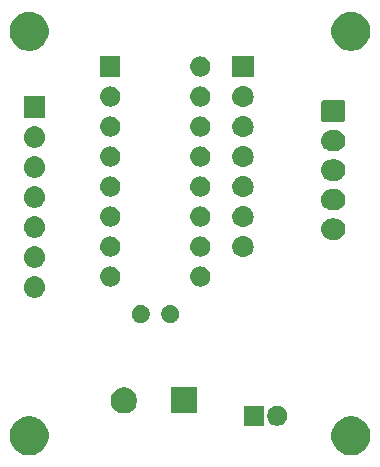
<source format=gbr>
G04 #@! TF.GenerationSoftware,KiCad,Pcbnew,5.0.1*
G04 #@! TF.CreationDate,2019-01-27T14:18:01-03:00*
G04 #@! TF.ProjectId,StepperDriver,537465707065724472697665722E6B69,1.0*
G04 #@! TF.SameCoordinates,Original*
G04 #@! TF.FileFunction,Soldermask,Bot*
G04 #@! TF.FilePolarity,Negative*
%FSLAX46Y46*%
G04 Gerber Fmt 4.6, Leading zero omitted, Abs format (unit mm)*
G04 Created by KiCad (PCBNEW 5.0.1) date Sun 27 Jan 2019 14:18:01 -03*
%MOMM*%
%LPD*%
G01*
G04 APERTURE LIST*
%ADD10C,0.100000*%
G04 APERTURE END LIST*
D10*
G36*
X161837641Y-118133816D02*
X161981579Y-118162447D01*
X162282042Y-118286903D01*
X162298991Y-118298228D01*
X162552454Y-118467587D01*
X162782413Y-118697546D01*
X162963098Y-118967960D01*
X163087553Y-119268422D01*
X163151000Y-119587389D01*
X163151000Y-119912611D01*
X163087553Y-120231578D01*
X162963098Y-120532040D01*
X162782413Y-120802454D01*
X162552454Y-121032413D01*
X162552451Y-121032415D01*
X162282042Y-121213097D01*
X161981579Y-121337553D01*
X161875256Y-121358702D01*
X161662611Y-121401000D01*
X161337389Y-121401000D01*
X161124744Y-121358702D01*
X161018421Y-121337553D01*
X160717958Y-121213097D01*
X160447549Y-121032415D01*
X160447546Y-121032413D01*
X160217587Y-120802454D01*
X160036902Y-120532040D01*
X159912447Y-120231578D01*
X159849000Y-119912611D01*
X159849000Y-119587389D01*
X159912447Y-119268422D01*
X160036902Y-118967960D01*
X160217587Y-118697546D01*
X160447546Y-118467587D01*
X160701009Y-118298228D01*
X160717958Y-118286903D01*
X161018421Y-118162447D01*
X161162359Y-118133816D01*
X161337389Y-118099000D01*
X161662611Y-118099000D01*
X161837641Y-118133816D01*
X161837641Y-118133816D01*
G37*
G36*
X134587641Y-118133816D02*
X134731579Y-118162447D01*
X135032042Y-118286903D01*
X135048991Y-118298228D01*
X135302454Y-118467587D01*
X135532413Y-118697546D01*
X135713098Y-118967960D01*
X135837553Y-119268422D01*
X135901000Y-119587389D01*
X135901000Y-119912611D01*
X135837553Y-120231578D01*
X135713098Y-120532040D01*
X135532413Y-120802454D01*
X135302454Y-121032413D01*
X135302451Y-121032415D01*
X135032042Y-121213097D01*
X134731579Y-121337553D01*
X134625256Y-121358702D01*
X134412611Y-121401000D01*
X134087389Y-121401000D01*
X133874744Y-121358702D01*
X133768421Y-121337553D01*
X133467958Y-121213097D01*
X133197549Y-121032415D01*
X133197546Y-121032413D01*
X132967587Y-120802454D01*
X132786902Y-120532040D01*
X132662447Y-120231578D01*
X132599000Y-119912611D01*
X132599000Y-119587389D01*
X132662447Y-119268422D01*
X132786902Y-118967960D01*
X132967587Y-118697546D01*
X133197546Y-118467587D01*
X133451009Y-118298228D01*
X133467958Y-118286903D01*
X133768421Y-118162447D01*
X133912359Y-118133816D01*
X134087389Y-118099000D01*
X134412611Y-118099000D01*
X134587641Y-118133816D01*
X134587641Y-118133816D01*
G37*
G36*
X154101000Y-118901000D02*
X152399000Y-118901000D01*
X152399000Y-117199000D01*
X154101000Y-117199000D01*
X154101000Y-118901000D01*
X154101000Y-118901000D01*
G37*
G36*
X155498228Y-117231703D02*
X155653100Y-117295853D01*
X155792481Y-117388985D01*
X155911015Y-117507519D01*
X156004147Y-117646900D01*
X156068297Y-117801772D01*
X156101000Y-117966184D01*
X156101000Y-118133816D01*
X156068297Y-118298228D01*
X156004147Y-118453100D01*
X155911015Y-118592481D01*
X155792481Y-118711015D01*
X155653100Y-118804147D01*
X155498228Y-118868297D01*
X155333816Y-118901000D01*
X155166184Y-118901000D01*
X155001772Y-118868297D01*
X154846900Y-118804147D01*
X154707519Y-118711015D01*
X154588985Y-118592481D01*
X154495853Y-118453100D01*
X154431703Y-118298228D01*
X154399000Y-118133816D01*
X154399000Y-117966184D01*
X154431703Y-117801772D01*
X154495853Y-117646900D01*
X154588985Y-117507519D01*
X154707519Y-117388985D01*
X154846900Y-117295853D01*
X155001772Y-117231703D01*
X155166184Y-117199000D01*
X155333816Y-117199000D01*
X155498228Y-117231703D01*
X155498228Y-117231703D01*
G37*
G36*
X148461000Y-117861000D02*
X146259000Y-117861000D01*
X146259000Y-115659000D01*
X148461000Y-115659000D01*
X148461000Y-117861000D01*
X148461000Y-117861000D01*
G37*
G36*
X142494795Y-115680156D02*
X142601150Y-115701311D01*
X142671990Y-115730654D01*
X142801516Y-115784305D01*
X142981850Y-115904801D01*
X143135199Y-116058150D01*
X143255695Y-116238484D01*
X143338689Y-116438851D01*
X143381000Y-116651560D01*
X143381000Y-116868440D01*
X143338689Y-117081149D01*
X143255695Y-117281516D01*
X143255693Y-117281519D01*
X143183886Y-117388986D01*
X143135199Y-117461850D01*
X142981850Y-117615199D01*
X142981847Y-117615201D01*
X142981846Y-117615202D01*
X142801519Y-117735693D01*
X142801516Y-117735695D01*
X142671990Y-117789346D01*
X142601150Y-117818689D01*
X142494794Y-117839845D01*
X142388440Y-117861000D01*
X142171560Y-117861000D01*
X142065206Y-117839845D01*
X141958850Y-117818689D01*
X141888010Y-117789346D01*
X141758484Y-117735695D01*
X141758481Y-117735693D01*
X141578154Y-117615202D01*
X141578153Y-117615201D01*
X141578150Y-117615199D01*
X141424801Y-117461850D01*
X141376115Y-117388986D01*
X141304307Y-117281519D01*
X141304305Y-117281516D01*
X141221311Y-117081149D01*
X141179000Y-116868440D01*
X141179000Y-116651560D01*
X141221311Y-116438851D01*
X141304305Y-116238484D01*
X141424801Y-116058150D01*
X141578150Y-115904801D01*
X141758484Y-115784305D01*
X141888010Y-115730654D01*
X141958850Y-115701311D01*
X142065205Y-115680156D01*
X142171560Y-115659000D01*
X142388440Y-115659000D01*
X142494795Y-115680156D01*
X142494795Y-115680156D01*
G37*
G36*
X143822004Y-108700544D02*
X143909059Y-108717860D01*
X144045732Y-108774472D01*
X144045733Y-108774473D01*
X144168738Y-108856662D01*
X144273338Y-108961262D01*
X144273340Y-108961265D01*
X144355528Y-109084268D01*
X144412140Y-109220941D01*
X144441000Y-109366033D01*
X144441000Y-109513967D01*
X144412140Y-109659059D01*
X144355528Y-109795732D01*
X144355527Y-109795733D01*
X144273338Y-109918738D01*
X144168738Y-110023338D01*
X144168735Y-110023340D01*
X144045732Y-110105528D01*
X143909059Y-110162140D01*
X143822004Y-110179456D01*
X143763969Y-110191000D01*
X143616031Y-110191000D01*
X143557996Y-110179456D01*
X143470941Y-110162140D01*
X143334268Y-110105528D01*
X143211265Y-110023340D01*
X143211262Y-110023338D01*
X143106662Y-109918738D01*
X143024473Y-109795733D01*
X143024472Y-109795732D01*
X142967860Y-109659059D01*
X142939000Y-109513967D01*
X142939000Y-109366033D01*
X142967860Y-109220941D01*
X143024472Y-109084268D01*
X143106660Y-108961265D01*
X143106662Y-108961262D01*
X143211262Y-108856662D01*
X143334267Y-108774473D01*
X143334268Y-108774472D01*
X143470941Y-108717860D01*
X143557996Y-108700544D01*
X143616031Y-108689000D01*
X143763969Y-108689000D01*
X143822004Y-108700544D01*
X143822004Y-108700544D01*
G37*
G36*
X146322004Y-108700544D02*
X146409059Y-108717860D01*
X146545732Y-108774472D01*
X146545733Y-108774473D01*
X146668738Y-108856662D01*
X146773338Y-108961262D01*
X146773340Y-108961265D01*
X146855528Y-109084268D01*
X146912140Y-109220941D01*
X146941000Y-109366033D01*
X146941000Y-109513967D01*
X146912140Y-109659059D01*
X146855528Y-109795732D01*
X146855527Y-109795733D01*
X146773338Y-109918738D01*
X146668738Y-110023338D01*
X146668735Y-110023340D01*
X146545732Y-110105528D01*
X146409059Y-110162140D01*
X146322004Y-110179456D01*
X146263969Y-110191000D01*
X146116031Y-110191000D01*
X146057996Y-110179456D01*
X145970941Y-110162140D01*
X145834268Y-110105528D01*
X145711265Y-110023340D01*
X145711262Y-110023338D01*
X145606662Y-109918738D01*
X145524473Y-109795733D01*
X145524472Y-109795732D01*
X145467860Y-109659059D01*
X145439000Y-109513967D01*
X145439000Y-109366033D01*
X145467860Y-109220941D01*
X145524472Y-109084268D01*
X145606660Y-108961265D01*
X145606662Y-108961262D01*
X145711262Y-108856662D01*
X145834267Y-108774473D01*
X145834268Y-108774472D01*
X145970941Y-108717860D01*
X146057996Y-108700544D01*
X146116031Y-108689000D01*
X146263969Y-108689000D01*
X146322004Y-108700544D01*
X146322004Y-108700544D01*
G37*
G36*
X134810443Y-106255519D02*
X134876627Y-106262037D01*
X134989853Y-106296384D01*
X135046467Y-106313557D01*
X135185087Y-106387652D01*
X135202991Y-106397222D01*
X135238729Y-106426552D01*
X135340186Y-106509814D01*
X135423448Y-106611271D01*
X135452778Y-106647009D01*
X135452779Y-106647011D01*
X135536443Y-106803533D01*
X135536443Y-106803534D01*
X135587963Y-106973373D01*
X135605359Y-107150000D01*
X135587963Y-107326627D01*
X135553616Y-107439853D01*
X135536443Y-107496467D01*
X135462348Y-107635087D01*
X135452778Y-107652991D01*
X135423448Y-107688729D01*
X135340186Y-107790186D01*
X135238729Y-107873448D01*
X135202991Y-107902778D01*
X135202989Y-107902779D01*
X135046467Y-107986443D01*
X134989853Y-108003616D01*
X134876627Y-108037963D01*
X134810443Y-108044481D01*
X134744260Y-108051000D01*
X134655740Y-108051000D01*
X134589557Y-108044481D01*
X134523373Y-108037963D01*
X134410147Y-108003616D01*
X134353533Y-107986443D01*
X134197011Y-107902779D01*
X134197009Y-107902778D01*
X134161271Y-107873448D01*
X134059814Y-107790186D01*
X133976552Y-107688729D01*
X133947222Y-107652991D01*
X133937652Y-107635087D01*
X133863557Y-107496467D01*
X133846384Y-107439853D01*
X133812037Y-107326627D01*
X133794641Y-107150000D01*
X133812037Y-106973373D01*
X133863557Y-106803534D01*
X133863557Y-106803533D01*
X133947221Y-106647011D01*
X133947222Y-106647009D01*
X133976552Y-106611271D01*
X134059814Y-106509814D01*
X134161271Y-106426552D01*
X134197009Y-106397222D01*
X134214913Y-106387652D01*
X134353533Y-106313557D01*
X134410147Y-106296384D01*
X134523373Y-106262037D01*
X134589557Y-106255519D01*
X134655740Y-106249000D01*
X134744260Y-106249000D01*
X134810443Y-106255519D01*
X134810443Y-106255519D01*
G37*
G36*
X148896821Y-105426313D02*
X148896824Y-105426314D01*
X148896825Y-105426314D01*
X149057239Y-105474975D01*
X149057241Y-105474976D01*
X149057244Y-105474977D01*
X149205078Y-105553995D01*
X149334659Y-105660341D01*
X149441005Y-105789922D01*
X149520023Y-105937756D01*
X149568687Y-106098179D01*
X149585117Y-106265000D01*
X149568687Y-106431821D01*
X149520023Y-106592244D01*
X149441005Y-106740078D01*
X149334659Y-106869659D01*
X149205078Y-106976005D01*
X149057244Y-107055023D01*
X149057241Y-107055024D01*
X149057239Y-107055025D01*
X148896825Y-107103686D01*
X148896824Y-107103686D01*
X148896821Y-107103687D01*
X148771804Y-107116000D01*
X148688196Y-107116000D01*
X148563179Y-107103687D01*
X148563176Y-107103686D01*
X148563175Y-107103686D01*
X148402761Y-107055025D01*
X148402759Y-107055024D01*
X148402756Y-107055023D01*
X148254922Y-106976005D01*
X148125341Y-106869659D01*
X148018995Y-106740078D01*
X147939977Y-106592244D01*
X147891313Y-106431821D01*
X147874883Y-106265000D01*
X147891313Y-106098179D01*
X147939977Y-105937756D01*
X148018995Y-105789922D01*
X148125341Y-105660341D01*
X148254922Y-105553995D01*
X148402756Y-105474977D01*
X148402759Y-105474976D01*
X148402761Y-105474975D01*
X148563175Y-105426314D01*
X148563176Y-105426314D01*
X148563179Y-105426313D01*
X148688196Y-105414000D01*
X148771804Y-105414000D01*
X148896821Y-105426313D01*
X148896821Y-105426313D01*
G37*
G36*
X141276821Y-105426313D02*
X141276824Y-105426314D01*
X141276825Y-105426314D01*
X141437239Y-105474975D01*
X141437241Y-105474976D01*
X141437244Y-105474977D01*
X141585078Y-105553995D01*
X141714659Y-105660341D01*
X141821005Y-105789922D01*
X141900023Y-105937756D01*
X141948687Y-106098179D01*
X141965117Y-106265000D01*
X141948687Y-106431821D01*
X141900023Y-106592244D01*
X141821005Y-106740078D01*
X141714659Y-106869659D01*
X141585078Y-106976005D01*
X141437244Y-107055023D01*
X141437241Y-107055024D01*
X141437239Y-107055025D01*
X141276825Y-107103686D01*
X141276824Y-107103686D01*
X141276821Y-107103687D01*
X141151804Y-107116000D01*
X141068196Y-107116000D01*
X140943179Y-107103687D01*
X140943176Y-107103686D01*
X140943175Y-107103686D01*
X140782761Y-107055025D01*
X140782759Y-107055024D01*
X140782756Y-107055023D01*
X140634922Y-106976005D01*
X140505341Y-106869659D01*
X140398995Y-106740078D01*
X140319977Y-106592244D01*
X140271313Y-106431821D01*
X140254883Y-106265000D01*
X140271313Y-106098179D01*
X140319977Y-105937756D01*
X140398995Y-105789922D01*
X140505341Y-105660341D01*
X140634922Y-105553995D01*
X140782756Y-105474977D01*
X140782759Y-105474976D01*
X140782761Y-105474975D01*
X140943175Y-105426314D01*
X140943176Y-105426314D01*
X140943179Y-105426313D01*
X141068196Y-105414000D01*
X141151804Y-105414000D01*
X141276821Y-105426313D01*
X141276821Y-105426313D01*
G37*
G36*
X134810442Y-103715518D02*
X134876627Y-103722037D01*
X134989853Y-103756384D01*
X135046467Y-103773557D01*
X135185087Y-103847652D01*
X135202991Y-103857222D01*
X135238729Y-103886552D01*
X135340186Y-103969814D01*
X135423448Y-104071271D01*
X135452778Y-104107009D01*
X135452779Y-104107011D01*
X135536443Y-104263533D01*
X135536443Y-104263534D01*
X135587963Y-104433373D01*
X135605359Y-104610000D01*
X135587963Y-104786627D01*
X135553616Y-104899853D01*
X135536443Y-104956467D01*
X135462348Y-105095087D01*
X135452778Y-105112991D01*
X135423448Y-105148729D01*
X135340186Y-105250186D01*
X135238729Y-105333448D01*
X135202991Y-105362778D01*
X135202989Y-105362779D01*
X135046467Y-105446443D01*
X134989853Y-105463616D01*
X134876627Y-105497963D01*
X134810443Y-105504481D01*
X134744260Y-105511000D01*
X134655740Y-105511000D01*
X134589558Y-105504482D01*
X134523373Y-105497963D01*
X134410147Y-105463616D01*
X134353533Y-105446443D01*
X134197011Y-105362779D01*
X134197009Y-105362778D01*
X134161271Y-105333448D01*
X134059814Y-105250186D01*
X133976552Y-105148729D01*
X133947222Y-105112991D01*
X133937652Y-105095087D01*
X133863557Y-104956467D01*
X133846384Y-104899853D01*
X133812037Y-104786627D01*
X133794641Y-104610000D01*
X133812037Y-104433373D01*
X133863557Y-104263534D01*
X133863557Y-104263533D01*
X133947221Y-104107011D01*
X133947222Y-104107009D01*
X133976552Y-104071271D01*
X134059814Y-103969814D01*
X134161271Y-103886552D01*
X134197009Y-103857222D01*
X134214913Y-103847652D01*
X134353533Y-103773557D01*
X134410147Y-103756384D01*
X134523373Y-103722037D01*
X134589558Y-103715518D01*
X134655740Y-103709000D01*
X134744260Y-103709000D01*
X134810442Y-103715518D01*
X134810442Y-103715518D01*
G37*
G36*
X152464442Y-102830518D02*
X152530627Y-102837037D01*
X152643853Y-102871384D01*
X152700467Y-102888557D01*
X152839087Y-102962652D01*
X152856991Y-102972222D01*
X152892729Y-103001552D01*
X152994186Y-103084814D01*
X153077448Y-103186271D01*
X153106778Y-103222009D01*
X153106779Y-103222011D01*
X153190443Y-103378533D01*
X153207616Y-103435147D01*
X153241963Y-103548373D01*
X153259359Y-103725000D01*
X153241963Y-103901627D01*
X153221278Y-103969815D01*
X153190443Y-104071467D01*
X153171445Y-104107009D01*
X153106778Y-104227991D01*
X153077609Y-104263533D01*
X152994186Y-104365186D01*
X152892729Y-104448448D01*
X152856991Y-104477778D01*
X152856989Y-104477779D01*
X152700467Y-104561443D01*
X152693069Y-104563687D01*
X152530627Y-104612963D01*
X152464442Y-104619482D01*
X152398260Y-104626000D01*
X152309740Y-104626000D01*
X152243558Y-104619482D01*
X152177373Y-104612963D01*
X152014931Y-104563687D01*
X152007533Y-104561443D01*
X151851011Y-104477779D01*
X151851009Y-104477778D01*
X151815271Y-104448448D01*
X151713814Y-104365186D01*
X151630391Y-104263533D01*
X151601222Y-104227991D01*
X151536555Y-104107009D01*
X151517557Y-104071467D01*
X151486722Y-103969815D01*
X151466037Y-103901627D01*
X151448641Y-103725000D01*
X151466037Y-103548373D01*
X151500384Y-103435147D01*
X151517557Y-103378533D01*
X151601221Y-103222011D01*
X151601222Y-103222009D01*
X151630552Y-103186271D01*
X151713814Y-103084814D01*
X151815271Y-103001552D01*
X151851009Y-102972222D01*
X151868913Y-102962652D01*
X152007533Y-102888557D01*
X152064147Y-102871384D01*
X152177373Y-102837037D01*
X152243558Y-102830518D01*
X152309740Y-102824000D01*
X152398260Y-102824000D01*
X152464442Y-102830518D01*
X152464442Y-102830518D01*
G37*
G36*
X148896821Y-102886313D02*
X148896824Y-102886314D01*
X148896825Y-102886314D01*
X149057239Y-102934975D01*
X149057241Y-102934976D01*
X149057244Y-102934977D01*
X149205078Y-103013995D01*
X149334659Y-103120341D01*
X149441005Y-103249922D01*
X149520023Y-103397756D01*
X149520024Y-103397759D01*
X149520025Y-103397761D01*
X149565713Y-103548375D01*
X149568687Y-103558179D01*
X149585117Y-103725000D01*
X149568687Y-103891821D01*
X149568686Y-103891824D01*
X149568686Y-103891825D01*
X149565713Y-103901627D01*
X149520023Y-104052244D01*
X149441005Y-104200078D01*
X149334659Y-104329659D01*
X149205078Y-104436005D01*
X149057244Y-104515023D01*
X149057241Y-104515024D01*
X149057239Y-104515025D01*
X148896825Y-104563686D01*
X148896824Y-104563686D01*
X148896821Y-104563687D01*
X148771804Y-104576000D01*
X148688196Y-104576000D01*
X148563179Y-104563687D01*
X148563176Y-104563686D01*
X148563175Y-104563686D01*
X148402761Y-104515025D01*
X148402759Y-104515024D01*
X148402756Y-104515023D01*
X148254922Y-104436005D01*
X148125341Y-104329659D01*
X148018995Y-104200078D01*
X147939977Y-104052244D01*
X147894288Y-103901627D01*
X147891314Y-103891825D01*
X147891314Y-103891824D01*
X147891313Y-103891821D01*
X147874883Y-103725000D01*
X147891313Y-103558179D01*
X147894287Y-103548375D01*
X147939975Y-103397761D01*
X147939976Y-103397759D01*
X147939977Y-103397756D01*
X148018995Y-103249922D01*
X148125341Y-103120341D01*
X148254922Y-103013995D01*
X148402756Y-102934977D01*
X148402759Y-102934976D01*
X148402761Y-102934975D01*
X148563175Y-102886314D01*
X148563176Y-102886314D01*
X148563179Y-102886313D01*
X148688196Y-102874000D01*
X148771804Y-102874000D01*
X148896821Y-102886313D01*
X148896821Y-102886313D01*
G37*
G36*
X141276821Y-102886313D02*
X141276824Y-102886314D01*
X141276825Y-102886314D01*
X141437239Y-102934975D01*
X141437241Y-102934976D01*
X141437244Y-102934977D01*
X141585078Y-103013995D01*
X141714659Y-103120341D01*
X141821005Y-103249922D01*
X141900023Y-103397756D01*
X141900024Y-103397759D01*
X141900025Y-103397761D01*
X141945713Y-103548375D01*
X141948687Y-103558179D01*
X141965117Y-103725000D01*
X141948687Y-103891821D01*
X141948686Y-103891824D01*
X141948686Y-103891825D01*
X141945713Y-103901627D01*
X141900023Y-104052244D01*
X141821005Y-104200078D01*
X141714659Y-104329659D01*
X141585078Y-104436005D01*
X141437244Y-104515023D01*
X141437241Y-104515024D01*
X141437239Y-104515025D01*
X141276825Y-104563686D01*
X141276824Y-104563686D01*
X141276821Y-104563687D01*
X141151804Y-104576000D01*
X141068196Y-104576000D01*
X140943179Y-104563687D01*
X140943176Y-104563686D01*
X140943175Y-104563686D01*
X140782761Y-104515025D01*
X140782759Y-104515024D01*
X140782756Y-104515023D01*
X140634922Y-104436005D01*
X140505341Y-104329659D01*
X140398995Y-104200078D01*
X140319977Y-104052244D01*
X140274288Y-103901627D01*
X140271314Y-103891825D01*
X140271314Y-103891824D01*
X140271313Y-103891821D01*
X140254883Y-103725000D01*
X140271313Y-103558179D01*
X140274287Y-103548375D01*
X140319975Y-103397761D01*
X140319976Y-103397759D01*
X140319977Y-103397756D01*
X140398995Y-103249922D01*
X140505341Y-103120341D01*
X140634922Y-103013995D01*
X140782756Y-102934977D01*
X140782759Y-102934976D01*
X140782761Y-102934975D01*
X140943175Y-102886314D01*
X140943176Y-102886314D01*
X140943179Y-102886313D01*
X141068196Y-102874000D01*
X141151804Y-102874000D01*
X141276821Y-102886313D01*
X141276821Y-102886313D01*
G37*
G36*
X160235443Y-101355519D02*
X160301627Y-101362037D01*
X160414853Y-101396384D01*
X160471467Y-101413557D01*
X160610087Y-101487652D01*
X160627991Y-101497222D01*
X160646289Y-101512239D01*
X160765186Y-101609814D01*
X160829343Y-101687991D01*
X160877778Y-101747009D01*
X160877779Y-101747011D01*
X160961443Y-101903533D01*
X160961443Y-101903534D01*
X161012963Y-102073373D01*
X161030359Y-102250000D01*
X161012963Y-102426627D01*
X160978616Y-102539853D01*
X160961443Y-102596467D01*
X160900658Y-102710186D01*
X160877778Y-102752991D01*
X160848448Y-102788729D01*
X160765186Y-102890186D01*
X160682598Y-102957963D01*
X160627991Y-103002778D01*
X160627989Y-103002779D01*
X160471467Y-103086443D01*
X160414853Y-103103616D01*
X160301627Y-103137963D01*
X160235443Y-103144481D01*
X160169260Y-103151000D01*
X159830740Y-103151000D01*
X159764557Y-103144481D01*
X159698373Y-103137963D01*
X159585147Y-103103616D01*
X159528533Y-103086443D01*
X159372011Y-103002779D01*
X159372009Y-103002778D01*
X159317402Y-102957963D01*
X159234814Y-102890186D01*
X159151552Y-102788729D01*
X159122222Y-102752991D01*
X159099342Y-102710186D01*
X159038557Y-102596467D01*
X159021384Y-102539853D01*
X158987037Y-102426627D01*
X158969641Y-102250000D01*
X158987037Y-102073373D01*
X159038557Y-101903534D01*
X159038557Y-101903533D01*
X159122221Y-101747011D01*
X159122222Y-101747009D01*
X159170657Y-101687991D01*
X159234814Y-101609814D01*
X159353711Y-101512239D01*
X159372009Y-101497222D01*
X159389913Y-101487652D01*
X159528533Y-101413557D01*
X159585147Y-101396384D01*
X159698373Y-101362037D01*
X159764557Y-101355519D01*
X159830740Y-101349000D01*
X160169260Y-101349000D01*
X160235443Y-101355519D01*
X160235443Y-101355519D01*
G37*
G36*
X134810442Y-101175518D02*
X134876627Y-101182037D01*
X134989853Y-101216384D01*
X135046467Y-101233557D01*
X135185087Y-101307652D01*
X135202991Y-101317222D01*
X135238729Y-101346552D01*
X135340186Y-101429814D01*
X135423448Y-101531271D01*
X135452778Y-101567009D01*
X135452779Y-101567011D01*
X135536443Y-101723533D01*
X135536443Y-101723534D01*
X135587963Y-101893373D01*
X135605359Y-102070000D01*
X135587963Y-102246627D01*
X135553616Y-102359853D01*
X135536443Y-102416467D01*
X135531013Y-102426625D01*
X135452778Y-102572991D01*
X135423448Y-102608729D01*
X135340186Y-102710186D01*
X135238729Y-102793448D01*
X135202991Y-102822778D01*
X135202989Y-102822779D01*
X135046467Y-102906443D01*
X134989853Y-102923616D01*
X134876627Y-102957963D01*
X134810443Y-102964481D01*
X134744260Y-102971000D01*
X134655740Y-102971000D01*
X134589557Y-102964481D01*
X134523373Y-102957963D01*
X134410147Y-102923616D01*
X134353533Y-102906443D01*
X134197011Y-102822779D01*
X134197009Y-102822778D01*
X134161271Y-102793448D01*
X134059814Y-102710186D01*
X133976552Y-102608729D01*
X133947222Y-102572991D01*
X133868987Y-102426625D01*
X133863557Y-102416467D01*
X133846384Y-102359853D01*
X133812037Y-102246627D01*
X133794641Y-102070000D01*
X133812037Y-101893373D01*
X133863557Y-101723534D01*
X133863557Y-101723533D01*
X133947221Y-101567011D01*
X133947222Y-101567009D01*
X133976552Y-101531271D01*
X134059814Y-101429814D01*
X134161271Y-101346552D01*
X134197009Y-101317222D01*
X134214913Y-101307652D01*
X134353533Y-101233557D01*
X134410147Y-101216384D01*
X134523373Y-101182037D01*
X134589558Y-101175518D01*
X134655740Y-101169000D01*
X134744260Y-101169000D01*
X134810442Y-101175518D01*
X134810442Y-101175518D01*
G37*
G36*
X152464443Y-100290519D02*
X152530627Y-100297037D01*
X152643853Y-100331384D01*
X152700467Y-100348557D01*
X152839087Y-100422652D01*
X152856991Y-100432222D01*
X152892729Y-100461552D01*
X152994186Y-100544814D01*
X153070630Y-100637963D01*
X153106778Y-100682009D01*
X153106779Y-100682011D01*
X153190443Y-100838533D01*
X153207616Y-100895147D01*
X153241963Y-101008373D01*
X153259359Y-101185000D01*
X153241963Y-101361627D01*
X153221278Y-101429815D01*
X153190443Y-101531467D01*
X153171445Y-101567009D01*
X153106778Y-101687991D01*
X153077609Y-101723533D01*
X152994186Y-101825186D01*
X152898718Y-101903533D01*
X152856991Y-101937778D01*
X152856989Y-101937779D01*
X152700467Y-102021443D01*
X152693069Y-102023687D01*
X152530627Y-102072963D01*
X152464443Y-102079481D01*
X152398260Y-102086000D01*
X152309740Y-102086000D01*
X152243558Y-102079482D01*
X152177373Y-102072963D01*
X152014931Y-102023687D01*
X152007533Y-102021443D01*
X151851011Y-101937779D01*
X151851009Y-101937778D01*
X151809282Y-101903533D01*
X151713814Y-101825186D01*
X151630391Y-101723533D01*
X151601222Y-101687991D01*
X151536555Y-101567009D01*
X151517557Y-101531467D01*
X151486722Y-101429815D01*
X151466037Y-101361627D01*
X151448641Y-101185000D01*
X151466037Y-101008373D01*
X151500384Y-100895147D01*
X151517557Y-100838533D01*
X151601221Y-100682011D01*
X151601222Y-100682009D01*
X151637370Y-100637963D01*
X151713814Y-100544814D01*
X151815271Y-100461552D01*
X151851009Y-100432222D01*
X151868913Y-100422652D01*
X152007533Y-100348557D01*
X152064147Y-100331384D01*
X152177373Y-100297037D01*
X152243557Y-100290519D01*
X152309740Y-100284000D01*
X152398260Y-100284000D01*
X152464443Y-100290519D01*
X152464443Y-100290519D01*
G37*
G36*
X148896821Y-100346313D02*
X148896824Y-100346314D01*
X148896825Y-100346314D01*
X149057239Y-100394975D01*
X149057241Y-100394976D01*
X149057244Y-100394977D01*
X149205078Y-100473995D01*
X149334659Y-100580341D01*
X149441005Y-100709922D01*
X149520023Y-100857756D01*
X149520024Y-100857759D01*
X149520025Y-100857761D01*
X149565713Y-101008375D01*
X149568687Y-101018179D01*
X149585117Y-101185000D01*
X149568687Y-101351821D01*
X149568686Y-101351824D01*
X149568686Y-101351825D01*
X149524581Y-101497221D01*
X149520023Y-101512244D01*
X149441005Y-101660078D01*
X149334659Y-101789659D01*
X149205078Y-101896005D01*
X149057244Y-101975023D01*
X149057241Y-101975024D01*
X149057239Y-101975025D01*
X148896825Y-102023686D01*
X148896824Y-102023686D01*
X148896821Y-102023687D01*
X148771804Y-102036000D01*
X148688196Y-102036000D01*
X148563179Y-102023687D01*
X148563176Y-102023686D01*
X148563175Y-102023686D01*
X148402761Y-101975025D01*
X148402759Y-101975024D01*
X148402756Y-101975023D01*
X148254922Y-101896005D01*
X148125341Y-101789659D01*
X148018995Y-101660078D01*
X147939977Y-101512244D01*
X147935420Y-101497221D01*
X147891314Y-101351825D01*
X147891314Y-101351824D01*
X147891313Y-101351821D01*
X147874883Y-101185000D01*
X147891313Y-101018179D01*
X147894287Y-101008375D01*
X147939975Y-100857761D01*
X147939976Y-100857759D01*
X147939977Y-100857756D01*
X148018995Y-100709922D01*
X148125341Y-100580341D01*
X148254922Y-100473995D01*
X148402756Y-100394977D01*
X148402759Y-100394976D01*
X148402761Y-100394975D01*
X148563175Y-100346314D01*
X148563176Y-100346314D01*
X148563179Y-100346313D01*
X148688196Y-100334000D01*
X148771804Y-100334000D01*
X148896821Y-100346313D01*
X148896821Y-100346313D01*
G37*
G36*
X141276821Y-100346313D02*
X141276824Y-100346314D01*
X141276825Y-100346314D01*
X141437239Y-100394975D01*
X141437241Y-100394976D01*
X141437244Y-100394977D01*
X141585078Y-100473995D01*
X141714659Y-100580341D01*
X141821005Y-100709922D01*
X141900023Y-100857756D01*
X141900024Y-100857759D01*
X141900025Y-100857761D01*
X141945713Y-101008375D01*
X141948687Y-101018179D01*
X141965117Y-101185000D01*
X141948687Y-101351821D01*
X141948686Y-101351824D01*
X141948686Y-101351825D01*
X141904581Y-101497221D01*
X141900023Y-101512244D01*
X141821005Y-101660078D01*
X141714659Y-101789659D01*
X141585078Y-101896005D01*
X141437244Y-101975023D01*
X141437241Y-101975024D01*
X141437239Y-101975025D01*
X141276825Y-102023686D01*
X141276824Y-102023686D01*
X141276821Y-102023687D01*
X141151804Y-102036000D01*
X141068196Y-102036000D01*
X140943179Y-102023687D01*
X140943176Y-102023686D01*
X140943175Y-102023686D01*
X140782761Y-101975025D01*
X140782759Y-101975024D01*
X140782756Y-101975023D01*
X140634922Y-101896005D01*
X140505341Y-101789659D01*
X140398995Y-101660078D01*
X140319977Y-101512244D01*
X140315420Y-101497221D01*
X140271314Y-101351825D01*
X140271314Y-101351824D01*
X140271313Y-101351821D01*
X140254883Y-101185000D01*
X140271313Y-101018179D01*
X140274287Y-101008375D01*
X140319975Y-100857761D01*
X140319976Y-100857759D01*
X140319977Y-100857756D01*
X140398995Y-100709922D01*
X140505341Y-100580341D01*
X140634922Y-100473995D01*
X140782756Y-100394977D01*
X140782759Y-100394976D01*
X140782761Y-100394975D01*
X140943175Y-100346314D01*
X140943176Y-100346314D01*
X140943179Y-100346313D01*
X141068196Y-100334000D01*
X141151804Y-100334000D01*
X141276821Y-100346313D01*
X141276821Y-100346313D01*
G37*
G36*
X160235443Y-98855519D02*
X160301627Y-98862037D01*
X160393199Y-98889815D01*
X160471467Y-98913557D01*
X160581261Y-98972244D01*
X160627991Y-98997222D01*
X160663729Y-99026552D01*
X160765186Y-99109814D01*
X160848448Y-99211271D01*
X160877778Y-99247009D01*
X160877779Y-99247011D01*
X160961443Y-99403533D01*
X160961443Y-99403534D01*
X161012963Y-99573373D01*
X161030359Y-99750000D01*
X161012963Y-99926627D01*
X160980698Y-100032991D01*
X160961443Y-100096467D01*
X160922039Y-100170185D01*
X160877778Y-100252991D01*
X160853332Y-100282778D01*
X160765186Y-100390186D01*
X160663729Y-100473448D01*
X160627991Y-100502778D01*
X160627989Y-100502779D01*
X160471467Y-100586443D01*
X160414853Y-100603616D01*
X160301627Y-100637963D01*
X160235442Y-100644482D01*
X160169260Y-100651000D01*
X159830740Y-100651000D01*
X159764557Y-100644481D01*
X159698373Y-100637963D01*
X159585147Y-100603616D01*
X159528533Y-100586443D01*
X159372011Y-100502779D01*
X159372009Y-100502778D01*
X159336271Y-100473448D01*
X159234814Y-100390186D01*
X159146668Y-100282778D01*
X159122222Y-100252991D01*
X159077961Y-100170185D01*
X159038557Y-100096467D01*
X159019302Y-100032991D01*
X158987037Y-99926627D01*
X158969641Y-99750000D01*
X158987037Y-99573373D01*
X159038557Y-99403534D01*
X159038557Y-99403533D01*
X159122221Y-99247011D01*
X159122222Y-99247009D01*
X159151552Y-99211271D01*
X159234814Y-99109814D01*
X159336271Y-99026552D01*
X159372009Y-98997222D01*
X159418739Y-98972244D01*
X159528533Y-98913557D01*
X159606801Y-98889815D01*
X159698373Y-98862037D01*
X159764557Y-98855519D01*
X159830740Y-98849000D01*
X160169260Y-98849000D01*
X160235443Y-98855519D01*
X160235443Y-98855519D01*
G37*
G36*
X134810443Y-98635519D02*
X134876627Y-98642037D01*
X134989853Y-98676384D01*
X135046467Y-98693557D01*
X135185087Y-98767652D01*
X135202991Y-98777222D01*
X135238729Y-98806552D01*
X135340186Y-98889814D01*
X135423448Y-98991271D01*
X135452778Y-99027009D01*
X135452779Y-99027011D01*
X135536443Y-99183533D01*
X135536443Y-99183534D01*
X135587963Y-99353373D01*
X135605359Y-99530000D01*
X135587963Y-99706627D01*
X135574806Y-99750000D01*
X135536443Y-99876467D01*
X135462348Y-100015087D01*
X135452778Y-100032991D01*
X135423448Y-100068729D01*
X135340186Y-100170186D01*
X135239289Y-100252989D01*
X135202991Y-100282778D01*
X135202989Y-100282779D01*
X135046467Y-100366443D01*
X134989853Y-100383616D01*
X134876627Y-100417963D01*
X134810443Y-100424481D01*
X134744260Y-100431000D01*
X134655740Y-100431000D01*
X134589557Y-100424481D01*
X134523373Y-100417963D01*
X134410147Y-100383616D01*
X134353533Y-100366443D01*
X134197011Y-100282779D01*
X134197009Y-100282778D01*
X134160711Y-100252989D01*
X134059814Y-100170186D01*
X133976552Y-100068729D01*
X133947222Y-100032991D01*
X133937652Y-100015087D01*
X133863557Y-99876467D01*
X133825194Y-99750000D01*
X133812037Y-99706627D01*
X133794641Y-99530000D01*
X133812037Y-99353373D01*
X133863557Y-99183534D01*
X133863557Y-99183533D01*
X133947221Y-99027011D01*
X133947222Y-99027009D01*
X133976552Y-98991271D01*
X134059814Y-98889814D01*
X134161271Y-98806552D01*
X134197009Y-98777222D01*
X134214913Y-98767652D01*
X134353533Y-98693557D01*
X134410147Y-98676384D01*
X134523373Y-98642037D01*
X134589557Y-98635519D01*
X134655740Y-98629000D01*
X134744260Y-98629000D01*
X134810443Y-98635519D01*
X134810443Y-98635519D01*
G37*
G36*
X152464442Y-97750518D02*
X152530627Y-97757037D01*
X152643853Y-97791384D01*
X152700467Y-97808557D01*
X152839087Y-97882652D01*
X152856991Y-97892222D01*
X152892729Y-97921552D01*
X152994186Y-98004814D01*
X153061176Y-98086443D01*
X153106778Y-98142009D01*
X153106779Y-98142011D01*
X153190443Y-98298533D01*
X153207616Y-98355147D01*
X153241963Y-98468373D01*
X153259359Y-98645000D01*
X153241963Y-98821627D01*
X153221278Y-98889815D01*
X153190443Y-98991467D01*
X153171445Y-99027009D01*
X153106778Y-99147991D01*
X153077609Y-99183533D01*
X152994186Y-99285186D01*
X152892729Y-99368448D01*
X152856991Y-99397778D01*
X152856989Y-99397779D01*
X152700467Y-99481443D01*
X152693069Y-99483687D01*
X152530627Y-99532963D01*
X152464443Y-99539481D01*
X152398260Y-99546000D01*
X152309740Y-99546000D01*
X152243557Y-99539481D01*
X152177373Y-99532963D01*
X152014931Y-99483687D01*
X152007533Y-99481443D01*
X151851011Y-99397779D01*
X151851009Y-99397778D01*
X151815271Y-99368448D01*
X151713814Y-99285186D01*
X151630391Y-99183533D01*
X151601222Y-99147991D01*
X151536555Y-99027009D01*
X151517557Y-98991467D01*
X151486722Y-98889815D01*
X151466037Y-98821627D01*
X151448641Y-98645000D01*
X151466037Y-98468373D01*
X151500384Y-98355147D01*
X151517557Y-98298533D01*
X151601221Y-98142011D01*
X151601222Y-98142009D01*
X151646824Y-98086443D01*
X151713814Y-98004814D01*
X151815271Y-97921552D01*
X151851009Y-97892222D01*
X151868913Y-97882652D01*
X152007533Y-97808557D01*
X152064147Y-97791384D01*
X152177373Y-97757037D01*
X152243558Y-97750518D01*
X152309740Y-97744000D01*
X152398260Y-97744000D01*
X152464442Y-97750518D01*
X152464442Y-97750518D01*
G37*
G36*
X141276821Y-97806313D02*
X141276824Y-97806314D01*
X141276825Y-97806314D01*
X141437239Y-97854975D01*
X141437241Y-97854976D01*
X141437244Y-97854977D01*
X141585078Y-97933995D01*
X141714659Y-98040341D01*
X141821005Y-98169922D01*
X141900023Y-98317756D01*
X141900024Y-98317759D01*
X141900025Y-98317761D01*
X141945713Y-98468375D01*
X141948687Y-98478179D01*
X141965117Y-98645000D01*
X141948687Y-98811821D01*
X141948686Y-98811824D01*
X141948686Y-98811825D01*
X141945713Y-98821627D01*
X141900023Y-98972244D01*
X141821005Y-99120078D01*
X141714659Y-99249659D01*
X141585078Y-99356005D01*
X141437244Y-99435023D01*
X141437241Y-99435024D01*
X141437239Y-99435025D01*
X141276825Y-99483686D01*
X141276824Y-99483686D01*
X141276821Y-99483687D01*
X141151804Y-99496000D01*
X141068196Y-99496000D01*
X140943179Y-99483687D01*
X140943176Y-99483686D01*
X140943175Y-99483686D01*
X140782761Y-99435025D01*
X140782759Y-99435024D01*
X140782756Y-99435023D01*
X140634922Y-99356005D01*
X140505341Y-99249659D01*
X140398995Y-99120078D01*
X140319977Y-98972244D01*
X140274288Y-98821627D01*
X140271314Y-98811825D01*
X140271314Y-98811824D01*
X140271313Y-98811821D01*
X140254883Y-98645000D01*
X140271313Y-98478179D01*
X140274287Y-98468375D01*
X140319975Y-98317761D01*
X140319976Y-98317759D01*
X140319977Y-98317756D01*
X140398995Y-98169922D01*
X140505341Y-98040341D01*
X140634922Y-97933995D01*
X140782756Y-97854977D01*
X140782759Y-97854976D01*
X140782761Y-97854975D01*
X140943175Y-97806314D01*
X140943176Y-97806314D01*
X140943179Y-97806313D01*
X141068196Y-97794000D01*
X141151804Y-97794000D01*
X141276821Y-97806313D01*
X141276821Y-97806313D01*
G37*
G36*
X148896821Y-97806313D02*
X148896824Y-97806314D01*
X148896825Y-97806314D01*
X149057239Y-97854975D01*
X149057241Y-97854976D01*
X149057244Y-97854977D01*
X149205078Y-97933995D01*
X149334659Y-98040341D01*
X149441005Y-98169922D01*
X149520023Y-98317756D01*
X149520024Y-98317759D01*
X149520025Y-98317761D01*
X149565713Y-98468375D01*
X149568687Y-98478179D01*
X149585117Y-98645000D01*
X149568687Y-98811821D01*
X149568686Y-98811824D01*
X149568686Y-98811825D01*
X149565713Y-98821627D01*
X149520023Y-98972244D01*
X149441005Y-99120078D01*
X149334659Y-99249659D01*
X149205078Y-99356005D01*
X149057244Y-99435023D01*
X149057241Y-99435024D01*
X149057239Y-99435025D01*
X148896825Y-99483686D01*
X148896824Y-99483686D01*
X148896821Y-99483687D01*
X148771804Y-99496000D01*
X148688196Y-99496000D01*
X148563179Y-99483687D01*
X148563176Y-99483686D01*
X148563175Y-99483686D01*
X148402761Y-99435025D01*
X148402759Y-99435024D01*
X148402756Y-99435023D01*
X148254922Y-99356005D01*
X148125341Y-99249659D01*
X148018995Y-99120078D01*
X147939977Y-98972244D01*
X147894288Y-98821627D01*
X147891314Y-98811825D01*
X147891314Y-98811824D01*
X147891313Y-98811821D01*
X147874883Y-98645000D01*
X147891313Y-98478179D01*
X147894287Y-98468375D01*
X147939975Y-98317761D01*
X147939976Y-98317759D01*
X147939977Y-98317756D01*
X148018995Y-98169922D01*
X148125341Y-98040341D01*
X148254922Y-97933995D01*
X148402756Y-97854977D01*
X148402759Y-97854976D01*
X148402761Y-97854975D01*
X148563175Y-97806314D01*
X148563176Y-97806314D01*
X148563179Y-97806313D01*
X148688196Y-97794000D01*
X148771804Y-97794000D01*
X148896821Y-97806313D01*
X148896821Y-97806313D01*
G37*
G36*
X160235443Y-96355519D02*
X160301627Y-96362037D01*
X160414853Y-96396384D01*
X160471467Y-96413557D01*
X160608884Y-96487009D01*
X160627991Y-96497222D01*
X160663729Y-96526552D01*
X160765186Y-96609814D01*
X160847125Y-96709659D01*
X160877778Y-96747009D01*
X160877779Y-96747011D01*
X160961443Y-96903533D01*
X160961443Y-96903534D01*
X161012963Y-97073373D01*
X161030359Y-97250000D01*
X161012963Y-97426627D01*
X160978616Y-97539853D01*
X160961443Y-97596467D01*
X160887348Y-97735087D01*
X160877778Y-97752991D01*
X160848448Y-97788729D01*
X160765186Y-97890186D01*
X160663729Y-97973448D01*
X160627991Y-98002778D01*
X160627989Y-98002779D01*
X160471467Y-98086443D01*
X160414853Y-98103616D01*
X160301627Y-98137963D01*
X160260526Y-98142011D01*
X160169260Y-98151000D01*
X159830740Y-98151000D01*
X159739474Y-98142011D01*
X159698373Y-98137963D01*
X159585147Y-98103616D01*
X159528533Y-98086443D01*
X159372011Y-98002779D01*
X159372009Y-98002778D01*
X159336271Y-97973448D01*
X159234814Y-97890186D01*
X159151552Y-97788729D01*
X159122222Y-97752991D01*
X159112652Y-97735087D01*
X159038557Y-97596467D01*
X159021384Y-97539853D01*
X158987037Y-97426627D01*
X158969641Y-97250000D01*
X158987037Y-97073373D01*
X159038557Y-96903534D01*
X159038557Y-96903533D01*
X159122221Y-96747011D01*
X159122222Y-96747009D01*
X159152875Y-96709659D01*
X159234814Y-96609814D01*
X159336271Y-96526552D01*
X159372009Y-96497222D01*
X159391116Y-96487009D01*
X159528533Y-96413557D01*
X159585147Y-96396384D01*
X159698373Y-96362037D01*
X159764557Y-96355519D01*
X159830740Y-96349000D01*
X160169260Y-96349000D01*
X160235443Y-96355519D01*
X160235443Y-96355519D01*
G37*
G36*
X134810443Y-96095519D02*
X134876627Y-96102037D01*
X134989853Y-96136384D01*
X135046467Y-96153557D01*
X135185087Y-96227652D01*
X135202991Y-96237222D01*
X135238729Y-96266552D01*
X135340186Y-96349814D01*
X135423448Y-96451271D01*
X135452778Y-96487009D01*
X135452779Y-96487011D01*
X135536443Y-96643533D01*
X135536443Y-96643534D01*
X135587963Y-96813373D01*
X135605359Y-96990000D01*
X135587963Y-97166627D01*
X135562672Y-97250000D01*
X135536443Y-97336467D01*
X135488252Y-97426625D01*
X135452778Y-97492991D01*
X135423448Y-97528729D01*
X135340186Y-97630186D01*
X135238729Y-97713448D01*
X135202991Y-97742778D01*
X135202989Y-97742779D01*
X135046467Y-97826443D01*
X134989853Y-97843616D01*
X134876627Y-97877963D01*
X134810442Y-97884482D01*
X134744260Y-97891000D01*
X134655740Y-97891000D01*
X134589558Y-97884482D01*
X134523373Y-97877963D01*
X134410147Y-97843616D01*
X134353533Y-97826443D01*
X134197011Y-97742779D01*
X134197009Y-97742778D01*
X134161271Y-97713448D01*
X134059814Y-97630186D01*
X133976552Y-97528729D01*
X133947222Y-97492991D01*
X133911748Y-97426625D01*
X133863557Y-97336467D01*
X133837328Y-97250000D01*
X133812037Y-97166627D01*
X133794641Y-96990000D01*
X133812037Y-96813373D01*
X133863557Y-96643534D01*
X133863557Y-96643533D01*
X133947221Y-96487011D01*
X133947222Y-96487009D01*
X133976552Y-96451271D01*
X134059814Y-96349814D01*
X134161271Y-96266552D01*
X134197009Y-96237222D01*
X134214913Y-96227652D01*
X134353533Y-96153557D01*
X134410147Y-96136384D01*
X134523373Y-96102037D01*
X134589558Y-96095518D01*
X134655740Y-96089000D01*
X134744260Y-96089000D01*
X134810443Y-96095519D01*
X134810443Y-96095519D01*
G37*
G36*
X152464443Y-95210519D02*
X152530627Y-95217037D01*
X152643853Y-95251384D01*
X152700467Y-95268557D01*
X152839087Y-95342652D01*
X152856991Y-95352222D01*
X152892729Y-95381552D01*
X152994186Y-95464814D01*
X153077448Y-95566271D01*
X153106778Y-95602009D01*
X153106779Y-95602011D01*
X153190443Y-95758533D01*
X153207616Y-95815147D01*
X153241963Y-95928373D01*
X153259359Y-96105000D01*
X153241963Y-96281627D01*
X153221278Y-96349815D01*
X153190443Y-96451467D01*
X153165986Y-96497222D01*
X153106778Y-96607991D01*
X153077609Y-96643533D01*
X152994186Y-96745186D01*
X152892729Y-96828448D01*
X152856991Y-96857778D01*
X152856989Y-96857779D01*
X152700467Y-96941443D01*
X152693069Y-96943687D01*
X152530627Y-96992963D01*
X152464442Y-96999482D01*
X152398260Y-97006000D01*
X152309740Y-97006000D01*
X152243557Y-96999481D01*
X152177373Y-96992963D01*
X152014931Y-96943687D01*
X152007533Y-96941443D01*
X151851011Y-96857779D01*
X151851009Y-96857778D01*
X151815271Y-96828448D01*
X151713814Y-96745186D01*
X151630391Y-96643533D01*
X151601222Y-96607991D01*
X151542014Y-96497222D01*
X151517557Y-96451467D01*
X151486722Y-96349815D01*
X151466037Y-96281627D01*
X151448641Y-96105000D01*
X151466037Y-95928373D01*
X151500384Y-95815147D01*
X151517557Y-95758533D01*
X151601221Y-95602011D01*
X151601222Y-95602009D01*
X151630552Y-95566271D01*
X151713814Y-95464814D01*
X151815271Y-95381552D01*
X151851009Y-95352222D01*
X151868913Y-95342652D01*
X152007533Y-95268557D01*
X152064147Y-95251384D01*
X152177373Y-95217037D01*
X152243558Y-95210518D01*
X152309740Y-95204000D01*
X152398260Y-95204000D01*
X152464443Y-95210519D01*
X152464443Y-95210519D01*
G37*
G36*
X148896821Y-95266313D02*
X148896824Y-95266314D01*
X148896825Y-95266314D01*
X149057239Y-95314975D01*
X149057241Y-95314976D01*
X149057244Y-95314977D01*
X149205078Y-95393995D01*
X149334659Y-95500341D01*
X149441005Y-95629922D01*
X149520023Y-95777756D01*
X149520024Y-95777759D01*
X149520025Y-95777761D01*
X149565713Y-95928375D01*
X149568687Y-95938179D01*
X149585117Y-96105000D01*
X149568687Y-96271821D01*
X149568686Y-96271824D01*
X149568686Y-96271825D01*
X149541321Y-96362037D01*
X149520023Y-96432244D01*
X149441005Y-96580078D01*
X149334659Y-96709659D01*
X149205078Y-96816005D01*
X149057244Y-96895023D01*
X149057241Y-96895024D01*
X149057239Y-96895025D01*
X148896825Y-96943686D01*
X148896824Y-96943686D01*
X148896821Y-96943687D01*
X148771804Y-96956000D01*
X148688196Y-96956000D01*
X148563179Y-96943687D01*
X148563176Y-96943686D01*
X148563175Y-96943686D01*
X148402761Y-96895025D01*
X148402759Y-96895024D01*
X148402756Y-96895023D01*
X148254922Y-96816005D01*
X148125341Y-96709659D01*
X148018995Y-96580078D01*
X147939977Y-96432244D01*
X147918680Y-96362037D01*
X147891314Y-96271825D01*
X147891314Y-96271824D01*
X147891313Y-96271821D01*
X147874883Y-96105000D01*
X147891313Y-95938179D01*
X147894287Y-95928375D01*
X147939975Y-95777761D01*
X147939976Y-95777759D01*
X147939977Y-95777756D01*
X148018995Y-95629922D01*
X148125341Y-95500341D01*
X148254922Y-95393995D01*
X148402756Y-95314977D01*
X148402759Y-95314976D01*
X148402761Y-95314975D01*
X148563175Y-95266314D01*
X148563176Y-95266314D01*
X148563179Y-95266313D01*
X148688196Y-95254000D01*
X148771804Y-95254000D01*
X148896821Y-95266313D01*
X148896821Y-95266313D01*
G37*
G36*
X141276821Y-95266313D02*
X141276824Y-95266314D01*
X141276825Y-95266314D01*
X141437239Y-95314975D01*
X141437241Y-95314976D01*
X141437244Y-95314977D01*
X141585078Y-95393995D01*
X141714659Y-95500341D01*
X141821005Y-95629922D01*
X141900023Y-95777756D01*
X141900024Y-95777759D01*
X141900025Y-95777761D01*
X141945713Y-95928375D01*
X141948687Y-95938179D01*
X141965117Y-96105000D01*
X141948687Y-96271821D01*
X141948686Y-96271824D01*
X141948686Y-96271825D01*
X141921321Y-96362037D01*
X141900023Y-96432244D01*
X141821005Y-96580078D01*
X141714659Y-96709659D01*
X141585078Y-96816005D01*
X141437244Y-96895023D01*
X141437241Y-96895024D01*
X141437239Y-96895025D01*
X141276825Y-96943686D01*
X141276824Y-96943686D01*
X141276821Y-96943687D01*
X141151804Y-96956000D01*
X141068196Y-96956000D01*
X140943179Y-96943687D01*
X140943176Y-96943686D01*
X140943175Y-96943686D01*
X140782761Y-96895025D01*
X140782759Y-96895024D01*
X140782756Y-96895023D01*
X140634922Y-96816005D01*
X140505341Y-96709659D01*
X140398995Y-96580078D01*
X140319977Y-96432244D01*
X140298680Y-96362037D01*
X140271314Y-96271825D01*
X140271314Y-96271824D01*
X140271313Y-96271821D01*
X140254883Y-96105000D01*
X140271313Y-95938179D01*
X140274287Y-95928375D01*
X140319975Y-95777761D01*
X140319976Y-95777759D01*
X140319977Y-95777756D01*
X140398995Y-95629922D01*
X140505341Y-95500341D01*
X140634922Y-95393995D01*
X140782756Y-95314977D01*
X140782759Y-95314976D01*
X140782761Y-95314975D01*
X140943175Y-95266314D01*
X140943176Y-95266314D01*
X140943179Y-95266313D01*
X141068196Y-95254000D01*
X141151804Y-95254000D01*
X141276821Y-95266313D01*
X141276821Y-95266313D01*
G37*
G36*
X160235443Y-93855519D02*
X160301627Y-93862037D01*
X160401190Y-93892239D01*
X160471467Y-93913557D01*
X160534050Y-93947009D01*
X160627991Y-93997222D01*
X160663729Y-94026552D01*
X160765186Y-94109814D01*
X160843454Y-94205185D01*
X160877778Y-94247009D01*
X160877779Y-94247011D01*
X160961443Y-94403533D01*
X160965225Y-94416000D01*
X161012963Y-94573373D01*
X161030359Y-94750000D01*
X161012963Y-94926627D01*
X160978616Y-95039853D01*
X160961443Y-95096467D01*
X160896996Y-95217037D01*
X160877778Y-95252991D01*
X160866844Y-95266314D01*
X160765186Y-95390186D01*
X160674250Y-95464814D01*
X160627991Y-95502778D01*
X160627989Y-95502779D01*
X160471467Y-95586443D01*
X160420152Y-95602009D01*
X160301627Y-95637963D01*
X160235442Y-95644482D01*
X160169260Y-95651000D01*
X159830740Y-95651000D01*
X159764558Y-95644482D01*
X159698373Y-95637963D01*
X159579848Y-95602009D01*
X159528533Y-95586443D01*
X159372011Y-95502779D01*
X159372009Y-95502778D01*
X159325750Y-95464814D01*
X159234814Y-95390186D01*
X159133156Y-95266314D01*
X159122222Y-95252991D01*
X159103004Y-95217037D01*
X159038557Y-95096467D01*
X159021384Y-95039853D01*
X158987037Y-94926627D01*
X158969641Y-94750000D01*
X158987037Y-94573373D01*
X159034775Y-94416000D01*
X159038557Y-94403533D01*
X159122221Y-94247011D01*
X159122222Y-94247009D01*
X159156546Y-94205185D01*
X159234814Y-94109814D01*
X159336271Y-94026552D01*
X159372009Y-93997222D01*
X159465950Y-93947009D01*
X159528533Y-93913557D01*
X159598810Y-93892239D01*
X159698373Y-93862037D01*
X159764557Y-93855519D01*
X159830740Y-93849000D01*
X160169260Y-93849000D01*
X160235443Y-93855519D01*
X160235443Y-93855519D01*
G37*
G36*
X134810443Y-93555519D02*
X134876627Y-93562037D01*
X134989853Y-93596384D01*
X135046467Y-93613557D01*
X135185087Y-93687652D01*
X135202991Y-93697222D01*
X135238729Y-93726552D01*
X135340186Y-93809814D01*
X135423448Y-93911271D01*
X135452778Y-93947009D01*
X135452779Y-93947011D01*
X135536443Y-94103533D01*
X135553616Y-94160147D01*
X135587963Y-94273373D01*
X135605359Y-94450000D01*
X135587963Y-94626627D01*
X135553616Y-94739853D01*
X135536443Y-94796467D01*
X135466871Y-94926625D01*
X135452778Y-94952991D01*
X135423448Y-94988729D01*
X135340186Y-95090186D01*
X135238729Y-95173448D01*
X135202991Y-95202778D01*
X135202989Y-95202779D01*
X135046467Y-95286443D01*
X134989853Y-95303616D01*
X134876627Y-95337963D01*
X134810442Y-95344482D01*
X134744260Y-95351000D01*
X134655740Y-95351000D01*
X134589558Y-95344482D01*
X134523373Y-95337963D01*
X134410147Y-95303616D01*
X134353533Y-95286443D01*
X134197011Y-95202779D01*
X134197009Y-95202778D01*
X134161271Y-95173448D01*
X134059814Y-95090186D01*
X133976552Y-94988729D01*
X133947222Y-94952991D01*
X133933129Y-94926625D01*
X133863557Y-94796467D01*
X133846384Y-94739853D01*
X133812037Y-94626627D01*
X133794641Y-94450000D01*
X133812037Y-94273373D01*
X133846384Y-94160147D01*
X133863557Y-94103533D01*
X133947221Y-93947011D01*
X133947222Y-93947009D01*
X133976552Y-93911271D01*
X134059814Y-93809814D01*
X134161271Y-93726552D01*
X134197009Y-93697222D01*
X134214913Y-93687652D01*
X134353533Y-93613557D01*
X134410147Y-93596384D01*
X134523373Y-93562037D01*
X134589557Y-93555519D01*
X134655740Y-93549000D01*
X134744260Y-93549000D01*
X134810443Y-93555519D01*
X134810443Y-93555519D01*
G37*
G36*
X152464443Y-92670519D02*
X152530627Y-92677037D01*
X152643853Y-92711384D01*
X152700467Y-92728557D01*
X152787311Y-92774977D01*
X152856991Y-92812222D01*
X152892729Y-92841552D01*
X152994186Y-92924814D01*
X153045557Y-92987411D01*
X153106778Y-93062009D01*
X153106779Y-93062011D01*
X153190443Y-93218533D01*
X153207616Y-93275147D01*
X153241963Y-93388373D01*
X153259359Y-93565000D01*
X153241963Y-93741627D01*
X153221278Y-93809815D01*
X153190443Y-93911467D01*
X153171445Y-93947009D01*
X153106778Y-94067991D01*
X153077609Y-94103533D01*
X152994186Y-94205186D01*
X152892729Y-94288448D01*
X152856991Y-94317778D01*
X152856989Y-94317779D01*
X152700467Y-94401443D01*
X152693069Y-94403687D01*
X152530627Y-94452963D01*
X152464443Y-94459481D01*
X152398260Y-94466000D01*
X152309740Y-94466000D01*
X152243558Y-94459482D01*
X152177373Y-94452963D01*
X152014931Y-94403687D01*
X152007533Y-94401443D01*
X151851011Y-94317779D01*
X151851009Y-94317778D01*
X151815271Y-94288448D01*
X151713814Y-94205186D01*
X151630391Y-94103533D01*
X151601222Y-94067991D01*
X151536555Y-93947009D01*
X151517557Y-93911467D01*
X151486722Y-93809815D01*
X151466037Y-93741627D01*
X151448641Y-93565000D01*
X151466037Y-93388373D01*
X151500384Y-93275147D01*
X151517557Y-93218533D01*
X151601221Y-93062011D01*
X151601222Y-93062009D01*
X151662443Y-92987411D01*
X151713814Y-92924814D01*
X151815271Y-92841552D01*
X151851009Y-92812222D01*
X151920689Y-92774977D01*
X152007533Y-92728557D01*
X152064147Y-92711384D01*
X152177373Y-92677037D01*
X152243557Y-92670519D01*
X152309740Y-92664000D01*
X152398260Y-92664000D01*
X152464443Y-92670519D01*
X152464443Y-92670519D01*
G37*
G36*
X141276821Y-92726313D02*
X141276824Y-92726314D01*
X141276825Y-92726314D01*
X141437239Y-92774975D01*
X141437241Y-92774976D01*
X141437244Y-92774977D01*
X141585078Y-92853995D01*
X141714659Y-92960341D01*
X141821005Y-93089922D01*
X141900023Y-93237756D01*
X141900024Y-93237759D01*
X141900025Y-93237761D01*
X141945713Y-93388375D01*
X141948687Y-93398179D01*
X141965117Y-93565000D01*
X141948687Y-93731821D01*
X141948686Y-93731824D01*
X141948686Y-93731825D01*
X141909187Y-93862037D01*
X141900023Y-93892244D01*
X141821005Y-94040078D01*
X141714659Y-94169659D01*
X141585078Y-94276005D01*
X141437244Y-94355023D01*
X141437241Y-94355024D01*
X141437239Y-94355025D01*
X141276825Y-94403686D01*
X141276824Y-94403686D01*
X141276821Y-94403687D01*
X141151804Y-94416000D01*
X141068196Y-94416000D01*
X140943179Y-94403687D01*
X140943176Y-94403686D01*
X140943175Y-94403686D01*
X140782761Y-94355025D01*
X140782759Y-94355024D01*
X140782756Y-94355023D01*
X140634922Y-94276005D01*
X140505341Y-94169659D01*
X140398995Y-94040078D01*
X140319977Y-93892244D01*
X140310814Y-93862037D01*
X140271314Y-93731825D01*
X140271314Y-93731824D01*
X140271313Y-93731821D01*
X140254883Y-93565000D01*
X140271313Y-93398179D01*
X140274287Y-93388375D01*
X140319975Y-93237761D01*
X140319976Y-93237759D01*
X140319977Y-93237756D01*
X140398995Y-93089922D01*
X140505341Y-92960341D01*
X140634922Y-92853995D01*
X140782756Y-92774977D01*
X140782759Y-92774976D01*
X140782761Y-92774975D01*
X140943175Y-92726314D01*
X140943176Y-92726314D01*
X140943179Y-92726313D01*
X141068196Y-92714000D01*
X141151804Y-92714000D01*
X141276821Y-92726313D01*
X141276821Y-92726313D01*
G37*
G36*
X148896821Y-92726313D02*
X148896824Y-92726314D01*
X148896825Y-92726314D01*
X149057239Y-92774975D01*
X149057241Y-92774976D01*
X149057244Y-92774977D01*
X149205078Y-92853995D01*
X149334659Y-92960341D01*
X149441005Y-93089922D01*
X149520023Y-93237756D01*
X149520024Y-93237759D01*
X149520025Y-93237761D01*
X149565713Y-93388375D01*
X149568687Y-93398179D01*
X149585117Y-93565000D01*
X149568687Y-93731821D01*
X149568686Y-93731824D01*
X149568686Y-93731825D01*
X149529187Y-93862037D01*
X149520023Y-93892244D01*
X149441005Y-94040078D01*
X149334659Y-94169659D01*
X149205078Y-94276005D01*
X149057244Y-94355023D01*
X149057241Y-94355024D01*
X149057239Y-94355025D01*
X148896825Y-94403686D01*
X148896824Y-94403686D01*
X148896821Y-94403687D01*
X148771804Y-94416000D01*
X148688196Y-94416000D01*
X148563179Y-94403687D01*
X148563176Y-94403686D01*
X148563175Y-94403686D01*
X148402761Y-94355025D01*
X148402759Y-94355024D01*
X148402756Y-94355023D01*
X148254922Y-94276005D01*
X148125341Y-94169659D01*
X148018995Y-94040078D01*
X147939977Y-93892244D01*
X147930814Y-93862037D01*
X147891314Y-93731825D01*
X147891314Y-93731824D01*
X147891313Y-93731821D01*
X147874883Y-93565000D01*
X147891313Y-93398179D01*
X147894287Y-93388375D01*
X147939975Y-93237761D01*
X147939976Y-93237759D01*
X147939977Y-93237756D01*
X148018995Y-93089922D01*
X148125341Y-92960341D01*
X148254922Y-92853995D01*
X148402756Y-92774977D01*
X148402759Y-92774976D01*
X148402761Y-92774975D01*
X148563175Y-92726314D01*
X148563176Y-92726314D01*
X148563179Y-92726313D01*
X148688196Y-92714000D01*
X148771804Y-92714000D01*
X148896821Y-92726313D01*
X148896821Y-92726313D01*
G37*
G36*
X160883600Y-91352989D02*
X160916649Y-91363014D01*
X160947106Y-91379294D01*
X160973799Y-91401201D01*
X160995706Y-91427894D01*
X161011986Y-91458351D01*
X161022011Y-91491400D01*
X161026000Y-91531904D01*
X161026000Y-92968096D01*
X161022011Y-93008600D01*
X161011986Y-93041649D01*
X160995706Y-93072106D01*
X160973799Y-93098799D01*
X160947106Y-93120706D01*
X160916649Y-93136986D01*
X160883600Y-93147011D01*
X160843096Y-93151000D01*
X159156904Y-93151000D01*
X159116400Y-93147011D01*
X159083351Y-93136986D01*
X159052894Y-93120706D01*
X159026201Y-93098799D01*
X159004294Y-93072106D01*
X158988014Y-93041649D01*
X158977989Y-93008600D01*
X158974000Y-92968096D01*
X158974000Y-91531904D01*
X158977989Y-91491400D01*
X158988014Y-91458351D01*
X159004294Y-91427894D01*
X159026201Y-91401201D01*
X159052894Y-91379294D01*
X159083351Y-91363014D01*
X159116400Y-91352989D01*
X159156904Y-91349000D01*
X160843096Y-91349000D01*
X160883600Y-91352989D01*
X160883600Y-91352989D01*
G37*
G36*
X135601000Y-92811000D02*
X133799000Y-92811000D01*
X133799000Y-91009000D01*
X135601000Y-91009000D01*
X135601000Y-92811000D01*
X135601000Y-92811000D01*
G37*
G36*
X152464443Y-90130519D02*
X152530627Y-90137037D01*
X152643853Y-90171384D01*
X152700467Y-90188557D01*
X152787311Y-90234977D01*
X152856991Y-90272222D01*
X152892729Y-90301552D01*
X152994186Y-90384814D01*
X153077448Y-90486271D01*
X153106778Y-90522009D01*
X153106779Y-90522011D01*
X153190443Y-90678533D01*
X153207616Y-90735147D01*
X153241963Y-90848373D01*
X153259359Y-91025000D01*
X153241963Y-91201627D01*
X153207616Y-91314853D01*
X153190443Y-91371467D01*
X153121698Y-91500078D01*
X153106778Y-91527991D01*
X153078620Y-91562301D01*
X152994186Y-91665186D01*
X152892729Y-91748448D01*
X152856991Y-91777778D01*
X152856989Y-91777779D01*
X152700467Y-91861443D01*
X152693069Y-91863687D01*
X152530627Y-91912963D01*
X152464442Y-91919482D01*
X152398260Y-91926000D01*
X152309740Y-91926000D01*
X152243558Y-91919482D01*
X152177373Y-91912963D01*
X152014931Y-91863687D01*
X152007533Y-91861443D01*
X151851011Y-91777779D01*
X151851009Y-91777778D01*
X151815271Y-91748448D01*
X151713814Y-91665186D01*
X151629380Y-91562301D01*
X151601222Y-91527991D01*
X151586302Y-91500078D01*
X151517557Y-91371467D01*
X151500384Y-91314853D01*
X151466037Y-91201627D01*
X151448641Y-91025000D01*
X151466037Y-90848373D01*
X151500384Y-90735147D01*
X151517557Y-90678533D01*
X151601221Y-90522011D01*
X151601222Y-90522009D01*
X151630552Y-90486271D01*
X151713814Y-90384814D01*
X151815271Y-90301552D01*
X151851009Y-90272222D01*
X151920689Y-90234977D01*
X152007533Y-90188557D01*
X152064147Y-90171384D01*
X152177373Y-90137037D01*
X152243557Y-90130519D01*
X152309740Y-90124000D01*
X152398260Y-90124000D01*
X152464443Y-90130519D01*
X152464443Y-90130519D01*
G37*
G36*
X148896821Y-90186313D02*
X148896824Y-90186314D01*
X148896825Y-90186314D01*
X149057239Y-90234975D01*
X149057241Y-90234976D01*
X149057244Y-90234977D01*
X149205078Y-90313995D01*
X149334659Y-90420341D01*
X149441005Y-90549922D01*
X149520023Y-90697756D01*
X149520024Y-90697759D01*
X149520025Y-90697761D01*
X149565713Y-90848375D01*
X149568687Y-90858179D01*
X149585117Y-91025000D01*
X149568687Y-91191821D01*
X149568686Y-91191824D01*
X149568686Y-91191825D01*
X149521008Y-91349000D01*
X149520023Y-91352244D01*
X149441005Y-91500078D01*
X149334659Y-91629659D01*
X149205078Y-91736005D01*
X149057244Y-91815023D01*
X149057241Y-91815024D01*
X149057239Y-91815025D01*
X148896825Y-91863686D01*
X148896824Y-91863686D01*
X148896821Y-91863687D01*
X148771804Y-91876000D01*
X148688196Y-91876000D01*
X148563179Y-91863687D01*
X148563176Y-91863686D01*
X148563175Y-91863686D01*
X148402761Y-91815025D01*
X148402759Y-91815024D01*
X148402756Y-91815023D01*
X148254922Y-91736005D01*
X148125341Y-91629659D01*
X148018995Y-91500078D01*
X147939977Y-91352244D01*
X147938993Y-91349000D01*
X147891314Y-91191825D01*
X147891314Y-91191824D01*
X147891313Y-91191821D01*
X147874883Y-91025000D01*
X147891313Y-90858179D01*
X147894287Y-90848375D01*
X147939975Y-90697761D01*
X147939976Y-90697759D01*
X147939977Y-90697756D01*
X148018995Y-90549922D01*
X148125341Y-90420341D01*
X148254922Y-90313995D01*
X148402756Y-90234977D01*
X148402759Y-90234976D01*
X148402761Y-90234975D01*
X148563175Y-90186314D01*
X148563176Y-90186314D01*
X148563179Y-90186313D01*
X148688196Y-90174000D01*
X148771804Y-90174000D01*
X148896821Y-90186313D01*
X148896821Y-90186313D01*
G37*
G36*
X141276821Y-90186313D02*
X141276824Y-90186314D01*
X141276825Y-90186314D01*
X141437239Y-90234975D01*
X141437241Y-90234976D01*
X141437244Y-90234977D01*
X141585078Y-90313995D01*
X141714659Y-90420341D01*
X141821005Y-90549922D01*
X141900023Y-90697756D01*
X141900024Y-90697759D01*
X141900025Y-90697761D01*
X141945713Y-90848375D01*
X141948687Y-90858179D01*
X141965117Y-91025000D01*
X141948687Y-91191821D01*
X141948686Y-91191824D01*
X141948686Y-91191825D01*
X141901008Y-91349000D01*
X141900023Y-91352244D01*
X141821005Y-91500078D01*
X141714659Y-91629659D01*
X141585078Y-91736005D01*
X141437244Y-91815023D01*
X141437241Y-91815024D01*
X141437239Y-91815025D01*
X141276825Y-91863686D01*
X141276824Y-91863686D01*
X141276821Y-91863687D01*
X141151804Y-91876000D01*
X141068196Y-91876000D01*
X140943179Y-91863687D01*
X140943176Y-91863686D01*
X140943175Y-91863686D01*
X140782761Y-91815025D01*
X140782759Y-91815024D01*
X140782756Y-91815023D01*
X140634922Y-91736005D01*
X140505341Y-91629659D01*
X140398995Y-91500078D01*
X140319977Y-91352244D01*
X140318993Y-91349000D01*
X140271314Y-91191825D01*
X140271314Y-91191824D01*
X140271313Y-91191821D01*
X140254883Y-91025000D01*
X140271313Y-90858179D01*
X140274287Y-90848375D01*
X140319975Y-90697761D01*
X140319976Y-90697759D01*
X140319977Y-90697756D01*
X140398995Y-90549922D01*
X140505341Y-90420341D01*
X140634922Y-90313995D01*
X140782756Y-90234977D01*
X140782759Y-90234976D01*
X140782761Y-90234975D01*
X140943175Y-90186314D01*
X140943176Y-90186314D01*
X140943179Y-90186313D01*
X141068196Y-90174000D01*
X141151804Y-90174000D01*
X141276821Y-90186313D01*
X141276821Y-90186313D01*
G37*
G36*
X153255000Y-89386000D02*
X151453000Y-89386000D01*
X151453000Y-87584000D01*
X153255000Y-87584000D01*
X153255000Y-89386000D01*
X153255000Y-89386000D01*
G37*
G36*
X148896821Y-87646313D02*
X148896824Y-87646314D01*
X148896825Y-87646314D01*
X149057239Y-87694975D01*
X149057241Y-87694976D01*
X149057244Y-87694977D01*
X149205078Y-87773995D01*
X149334659Y-87880341D01*
X149441005Y-88009922D01*
X149520023Y-88157756D01*
X149568687Y-88318179D01*
X149585117Y-88485000D01*
X149568687Y-88651821D01*
X149520023Y-88812244D01*
X149441005Y-88960078D01*
X149334659Y-89089659D01*
X149205078Y-89196005D01*
X149057244Y-89275023D01*
X149057241Y-89275024D01*
X149057239Y-89275025D01*
X148896825Y-89323686D01*
X148896824Y-89323686D01*
X148896821Y-89323687D01*
X148771804Y-89336000D01*
X148688196Y-89336000D01*
X148563179Y-89323687D01*
X148563176Y-89323686D01*
X148563175Y-89323686D01*
X148402761Y-89275025D01*
X148402759Y-89275024D01*
X148402756Y-89275023D01*
X148254922Y-89196005D01*
X148125341Y-89089659D01*
X148018995Y-88960078D01*
X147939977Y-88812244D01*
X147891313Y-88651821D01*
X147874883Y-88485000D01*
X147891313Y-88318179D01*
X147939977Y-88157756D01*
X148018995Y-88009922D01*
X148125341Y-87880341D01*
X148254922Y-87773995D01*
X148402756Y-87694977D01*
X148402759Y-87694976D01*
X148402761Y-87694975D01*
X148563175Y-87646314D01*
X148563176Y-87646314D01*
X148563179Y-87646313D01*
X148688196Y-87634000D01*
X148771804Y-87634000D01*
X148896821Y-87646313D01*
X148896821Y-87646313D01*
G37*
G36*
X141961000Y-89336000D02*
X140259000Y-89336000D01*
X140259000Y-87634000D01*
X141961000Y-87634000D01*
X141961000Y-89336000D01*
X141961000Y-89336000D01*
G37*
G36*
X134625256Y-83891298D02*
X134731579Y-83912447D01*
X135032042Y-84036903D01*
X135298852Y-84215180D01*
X135302454Y-84217587D01*
X135532413Y-84447546D01*
X135713098Y-84717960D01*
X135837553Y-85018422D01*
X135901000Y-85337389D01*
X135901000Y-85662611D01*
X135837553Y-85981578D01*
X135713098Y-86282040D01*
X135532413Y-86552454D01*
X135302454Y-86782413D01*
X135302451Y-86782415D01*
X135032042Y-86963097D01*
X134731579Y-87087553D01*
X134625256Y-87108702D01*
X134412611Y-87151000D01*
X134087389Y-87151000D01*
X133874744Y-87108702D01*
X133768421Y-87087553D01*
X133467958Y-86963097D01*
X133197549Y-86782415D01*
X133197546Y-86782413D01*
X132967587Y-86552454D01*
X132786902Y-86282040D01*
X132662447Y-85981578D01*
X132599000Y-85662611D01*
X132599000Y-85337389D01*
X132662447Y-85018422D01*
X132786902Y-84717960D01*
X132967587Y-84447546D01*
X133197546Y-84217587D01*
X133201148Y-84215180D01*
X133467958Y-84036903D01*
X133768421Y-83912447D01*
X133874744Y-83891298D01*
X134087389Y-83849000D01*
X134412611Y-83849000D01*
X134625256Y-83891298D01*
X134625256Y-83891298D01*
G37*
G36*
X161875256Y-83891298D02*
X161981579Y-83912447D01*
X162282042Y-84036903D01*
X162548852Y-84215180D01*
X162552454Y-84217587D01*
X162782413Y-84447546D01*
X162963098Y-84717960D01*
X163087553Y-85018422D01*
X163151000Y-85337389D01*
X163151000Y-85662611D01*
X163087553Y-85981578D01*
X162963098Y-86282040D01*
X162782413Y-86552454D01*
X162552454Y-86782413D01*
X162552451Y-86782415D01*
X162282042Y-86963097D01*
X161981579Y-87087553D01*
X161875256Y-87108702D01*
X161662611Y-87151000D01*
X161337389Y-87151000D01*
X161124744Y-87108702D01*
X161018421Y-87087553D01*
X160717958Y-86963097D01*
X160447549Y-86782415D01*
X160447546Y-86782413D01*
X160217587Y-86552454D01*
X160036902Y-86282040D01*
X159912447Y-85981578D01*
X159849000Y-85662611D01*
X159849000Y-85337389D01*
X159912447Y-85018422D01*
X160036902Y-84717960D01*
X160217587Y-84447546D01*
X160447546Y-84217587D01*
X160451148Y-84215180D01*
X160717958Y-84036903D01*
X161018421Y-83912447D01*
X161124744Y-83891298D01*
X161337389Y-83849000D01*
X161662611Y-83849000D01*
X161875256Y-83891298D01*
X161875256Y-83891298D01*
G37*
M02*

</source>
